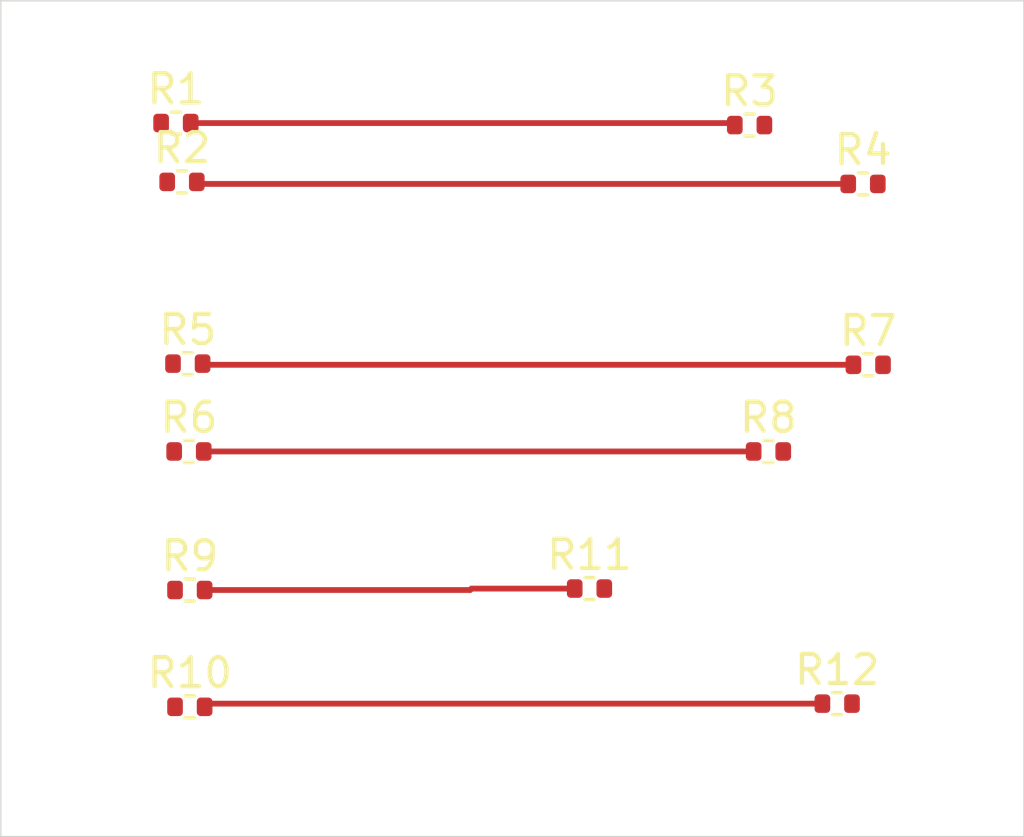
<source format=kicad_pcb>
(kicad_pcb (version 20240706) (generator "pcbnew") (generator_version "8.99")
  (layers (0 "F.Cu" signal) (31 "B.Cu" signal) (34 "B.Paste" user) (35 "F.Paste" user) (36 "B.SilkS" user "B.Silkscreen") (37 "F.SilkS" user "F.Silkscreen") (38 "B.Mask" user) (39 "F.Mask" user) (44 "Edge.Cuts" user))
  (net 0 "")
  (net 2 "/NET_1")
  (net 4 "/NET_2")
  (net 11 "/NET_3P")
  (net 12 "/NET_3N")
  (net 13 "/NET_4+")
  (net 16 "/NET_4-")
  (footprint "Resistor_SMD:R_0402_1005Metric" (layer "F.Cu") (at 98.25 78.66)
    (property "Reference" "R4" (at 0 -1.17 0) (layer "F.SilkS"))
    (property "Value" "R")
    (fp_line (start -0.153641 -0.38) (end 0.153641 -0.38) (stroke (width 0.12)) (layer "F.SilkS"))
    (fp_line (start -0.153641 0.38) (end 0.153641 0.38) (stroke (width 0.12)) (layer "F.SilkS"))
    (pad "1" smd roundrect (at -0.51 0) (size 0.54 0.64) (layers "F.Cu" "F.Paste" "F.Mask") (net 4 "/NET_2"))
    (pad "2" smd roundrect (at 0.51 0) (size 0.54 0.64) (layers "F.Cu" "F.Paste" "F.Mask"))
  )
  (footprint "Resistor_SMD:R_0402_1005Metric" (layer "F.Cu") (at 94.99 87.89)
    (property "Reference" "R8" (at 0 -1.17 0) (layer "F.SilkS"))
    (property "Value" "R")
    (fp_line (start -0.153641 -0.38) (end 0.153641 -0.38) (stroke (width 0.12)) (layer "F.SilkS"))
    (fp_line (start -0.153641 0.38) (end 0.153641 0.38) (stroke (width 0.12)) (layer "F.SilkS"))
    (pad "1" smd roundrect (at -0.51 0) (size 0.54 0.64) (layers "F.Cu" "F.Paste" "F.Mask") (net 12 "/NET_3N"))
    (pad "2" smd roundrect (at 0.51 0) (size 0.54 0.64) (layers "F.Cu" "F.Paste" "F.Mask"))
  )
  (footprint "Resistor_SMD:R_0402_1005Metric" (layer "F.Cu") (at 74.97 84.86)
    (property "Reference" "R5" (at 0 -1.17 0) (layer "F.SilkS"))
    (property "Value" "R")
    (fp_line (start -0.153641 -0.38) (end 0.153641 -0.38) (stroke (width 0.12)) (layer "F.SilkS"))
    (fp_line (start -0.153641 0.38) (end 0.153641 0.38) (stroke (width 0.12)) (layer "F.SilkS"))
    (pad "1" smd roundrect (at -0.51 0) (size 0.54 0.64) (layers "F.Cu" "F.Paste" "F.Mask"))
    (pad "2" smd roundrect (at 0.51 0) (size 0.54 0.64) (layers "F.Cu" "F.Paste" "F.Mask") (net 11 "/NET_3P"))
  )
  (footprint "Resistor_SMD:R_0402_1005Metric" (layer "F.Cu") (at 74.77 78.59)
    (property "Reference" "R2" (at 0 -1.17 0) (layer "F.SilkS"))
    (property "Value" "R")
    (fp_line (start -0.153641 -0.38) (end 0.153641 -0.38) (stroke (width 0.12)) (layer "F.SilkS"))
    (fp_line (start -0.153641 0.38) (end 0.153641 0.38) (stroke (width 0.12)) (layer "F.SilkS"))
    (pad "1" smd roundrect (at -0.51 0) (size 0.54 0.64) (layers "F.Cu" "F.Paste" "F.Mask"))
    (pad "2" smd roundrect (at 0.51 0) (size 0.54 0.64) (layers "F.Cu" "F.Paste" "F.Mask") (net 4 "/NET_2"))
  )
  (footprint "Resistor_SMD:R_0402_1005Metric" (layer "F.Cu") (at 98.43 84.9)
    (property "Reference" "R7" (at 0 -1.17 0) (layer "F.SilkS"))
    (property "Value" "R")
    (fp_line (start -0.153641 -0.38) (end 0.153641 -0.38) (stroke (width 0.12)) (layer "F.SilkS"))
    (fp_line (start -0.153641 0.38) (end 0.153641 0.38) (stroke (width 0.12)) (layer "F.SilkS"))
    (pad "1" smd roundrect (at -0.51 0) (size 0.54 0.64) (layers "F.Cu" "F.Paste" "F.Mask") (net 11 "/NET_3P"))
    (pad "2" smd roundrect (at 0.51 0) (size 0.54 0.64) (layers "F.Cu" "F.Paste" "F.Mask"))
  )
  (footprint "Resistor_SMD:R_0402_1005Metric" (layer "F.Cu") (at 94.34 76.63)
    (property "Reference" "R3" (at 0 -1.17 0) (layer "F.SilkS"))
    (property "Value" "R")
    (fp_line (start -0.153641 -0.38) (end 0.153641 -0.38) (stroke (width 0.12)) (layer "F.SilkS"))
    (fp_line (start -0.153641 0.38) (end 0.153641 0.38) (stroke (width 0.12)) (layer "F.SilkS"))
    (pad "1" smd roundrect (at -0.51 0) (size 0.54 0.64) (layers "F.Cu" "F.Paste" "F.Mask") (net 2 "/NET_1"))
    (pad "2" smd roundrect (at 0.51 0) (size 0.54 0.64) (layers "F.Cu" "F.Paste" "F.Mask"))
  )
  (footprint "Resistor_SMD:R_0402_1005Metric" (layer "F.Cu") (at 75.04 96.7)
    (property "Reference" "R10" (at 0 -1.17 0) (layer "F.SilkS"))
    (property "Value" "R")
    (fp_line (start -0.153641 -0.38) (end 0.153641 -0.38) (stroke (width 0.12)) (layer "F.SilkS"))
    (fp_line (start -0.153641 0.38) (end 0.153641 0.38) (stroke (width 0.12)) (layer "F.SilkS"))
    (pad "1" smd roundrect (at -0.51 0) (size 0.54 0.64) (layers "F.Cu" "F.Paste" "F.Mask"))
    (pad "2" smd roundrect (at 0.51 0) (size 0.54 0.64) (layers "F.Cu" "F.Paste" "F.Mask") (net 16 "/NET_4-"))
  )
  (footprint "Resistor_SMD:R_0402_1005Metric" (layer "F.Cu") (at 75.01 87.89)
    (property "Reference" "R6" (at 0 -1.17 0) (layer "F.SilkS"))
    (property "Value" "R")
    (fp_line (start -0.153641 -0.38) (end 0.153641 -0.38) (stroke (width 0.12)) (layer "F.SilkS"))
    (fp_line (start -0.153641 0.38) (end 0.153641 0.38) (stroke (width 0.12)) (layer "F.SilkS"))
    (pad "1" smd roundrect (at -0.51 0) (size 0.54 0.64) (layers "F.Cu" "F.Paste" "F.Mask"))
    (pad "2" smd roundrect (at 0.51 0) (size 0.54 0.64) (layers "F.Cu" "F.Paste" "F.Mask") (net 12 "/NET_3N"))
  )
  (footprint "Resistor_SMD:R_0402_1005Metric" (layer "F.Cu") (at 88.82 92.62)
    (property "Reference" "R11" (at 0 -1.17 0) (layer "F.SilkS"))
    (property "Value" "R")
    (fp_line (start -0.153641 -0.38) (end 0.153641 -0.38) (stroke (width 0.12)) (layer "F.SilkS"))
    (fp_line (start -0.153641 0.38) (end 0.153641 0.38) (stroke (width 0.12)) (layer "F.SilkS"))
    (pad "1" smd roundrect (at -0.51 0) (size 0.54 0.64) (layers "F.Cu" "F.Paste" "F.Mask") (net 13 "/NET_4+"))
    (pad "2" smd roundrect (at 0.51 0) (size 0.54 0.64) (layers "F.Cu" "F.Paste" "F.Mask"))
  )
  (footprint "Resistor_SMD:R_0402_1005Metric" (layer "F.Cu") (at 74.56 76.56)
    (property "Reference" "R1" (at 0 -1.17 0) (layer "F.SilkS"))
    (property "Value" "R")
    (fp_line (start -0.153641 -0.38) (end 0.153641 -0.38) (stroke (width 0.12)) (layer "F.SilkS"))
    (fp_line (start -0.153641 0.38) (end 0.153641 0.38) (stroke (width 0.12)) (layer "F.SilkS"))
    (pad "1" smd roundrect (at -0.51 0) (size 0.54 0.64) (layers "F.Cu" "F.Paste" "F.Mask"))
    (pad "2" smd roundrect (at 0.51 0) (size 0.54 0.64) (layers "F.Cu" "F.Paste" "F.Mask") (net 2 "/NET_1"))
  )
  (footprint "Resistor_SMD:R_0402_1005Metric" (layer "F.Cu") (at 97.36 96.59)
    (property "Reference" "R12" (at 0 -1.17 0) (layer "F.SilkS"))
    (property "Value" "R")
    (fp_line (start -0.153641 -0.38) (end 0.153641 -0.38) (stroke (width 0.12)) (layer "F.SilkS"))
    (fp_line (start -0.153641 0.38) (end 0.153641 0.38) (stroke (width 0.12)) (layer "F.SilkS"))
    (pad "1" smd roundrect (at -0.51 0) (size 0.54 0.64) (layers "F.Cu" "F.Paste" "F.Mask") (net 16 "/NET_4-"))
    (pad "2" smd roundrect (at 0.51 0) (size 0.54 0.64) (layers "F.Cu" "F.Paste" "F.Mask"))
  )
  (footprint "Resistor_SMD:R_0402_1005Metric" (layer "F.Cu") (at 75.04 92.67)
    (property "Reference" "R9" (at 0 -1.17 0) (layer "F.SilkS"))
    (property "Value" "R")
    (fp_line (start -0.153641 -0.38) (end 0.153641 -0.38) (stroke (width 0.12)) (layer "F.SilkS"))
    (fp_line (start -0.153641 0.38) (end 0.153641 0.38) (stroke (width 0.12)) (layer "F.SilkS"))
    (pad "1" smd roundrect (at -0.51 0) (size 0.54 0.64) (layers "F.Cu" "F.Paste" "F.Mask"))
    (pad "2" smd roundrect (at 0.51 0) (size 0.54 0.64) (layers "F.Cu" "F.Paste" "F.Mask") (net 13 "/NET_4+"))
  )
  (gr_rect (start 68.52 72.34) (end 103.8 101.18) (stroke (width 0.05)) (fill none) (layer "Edge.Cuts"))
  (segment (start 75.07 76.56) (end 93.76 76.56) (width 0.2) (layer "F.Cu") (net 2))
  (segment (start 93.76 76.56) (end 93.83 76.63) (width 0.2) (layer "F.Cu") (net 2))
  (segment (start 75.28 78.59) (end 75.35 78.66) (width 0.2) (layer "F.Cu") (net 4))
  (segment (start 75.35 78.66) (end 97.74 78.66) (width 0.2) (layer "F.Cu") (net 4))
  (segment (start 75.52 84.9) (end 75.48 84.86) (width 0.2) (layer "F.Cu") (net 11))
  (segment (start 97.92 84.9) (end 75.52 84.9) (width 0.2) (layer "F.Cu") (net 11))
  (segment (start 75.52 87.89) (end 94.48 87.89) (width 0.2) (layer "F.Cu") (net 12))
  (segment (start 88.28 92.65) (end 88.31 92.62) (width 0.2) (layer "F.Cu") (net 13))
  (segment (start 84.754141 92.62) (end 88.31 92.62) (width 0.2) (layer "F.Cu") (net 13))
  (segment (start 84.704141 92.67) (end 84.754141 92.62) (width 0.2) (layer "F.Cu") (net 13))
  (segment (start 75.55 92.67) (end 84.704141 92.67) (width 0.2) (layer "F.Cu") (net 13))
  (segment (start 75.55 92.67) (end 75.6 92.62) (width 0.2) (layer "F.Cu") (net 13))
  (segment (start 75.66 96.59) (end 75.55 96.7) (width 0.2) (layer "F.Cu") (net 16))
  (segment (start 96.85 96.59) (end 75.66 96.59) (width 0.2) (layer "F.Cu") (net 16))
)
</source>
